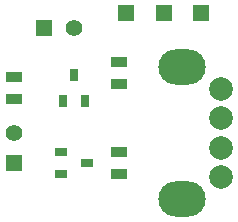
<source format=gts>
G04 (created by PCBNEW (2013-07-07 BZR 4022)-stable) date 9/13/2015 6:12:30 PM*
%MOIN*%
G04 Gerber Fmt 3.4, Leading zero omitted, Abs format*
%FSLAX34Y34*%
G01*
G70*
G90*
G04 APERTURE LIST*
%ADD10C,0.00590551*%
%ADD11R,0.0315X0.0394*%
%ADD12R,0.0394X0.0315*%
%ADD13R,0.055X0.035*%
%ADD14R,0.055X0.055*%
%ADD15C,0.055*%
%ADD16C,0.0787402*%
%ADD17O,0.15748X0.11811*%
G04 APERTURE END LIST*
G54D10*
G54D11*
X73000Y-56567D03*
X73375Y-57433D03*
X72625Y-57433D03*
G54D12*
X73433Y-59500D03*
X72567Y-59875D03*
X72567Y-59125D03*
G54D13*
X71000Y-56625D03*
X71000Y-57375D03*
X74500Y-56125D03*
X74500Y-56875D03*
X74500Y-59125D03*
X74500Y-59875D03*
G54D14*
X71000Y-59500D03*
G54D15*
X71000Y-58500D03*
G54D14*
X72000Y-55000D03*
G54D15*
X73000Y-55000D03*
G54D14*
X74750Y-54500D03*
X76000Y-54500D03*
X77250Y-54500D03*
G54D16*
X77899Y-59976D03*
X77899Y-58992D03*
X77899Y-58007D03*
X77899Y-57023D03*
G54D17*
X76600Y-56300D03*
X76600Y-60700D03*
M02*

</source>
